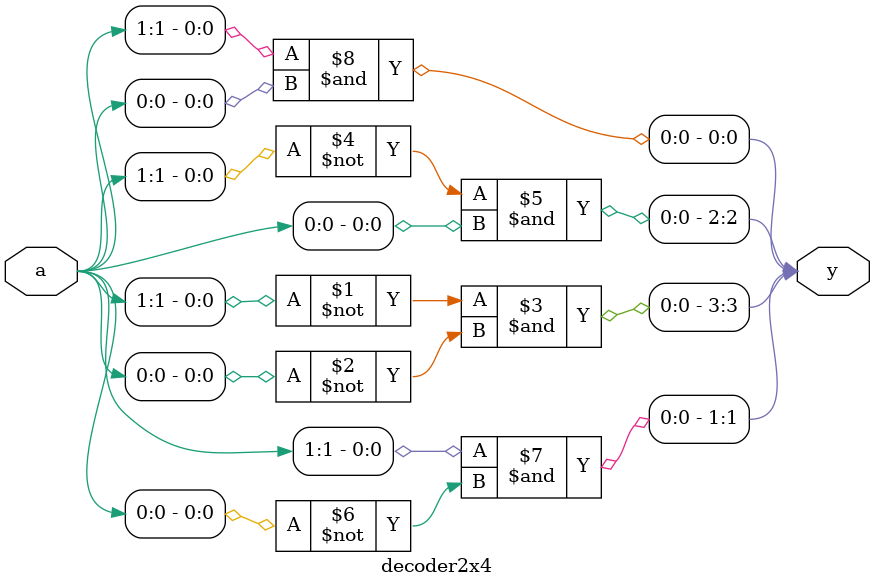
<source format=v>
module decoder2x4 (
    input  [1:0] a,
    output [3:0] y);
    assign y[3] = ~a[1] & ~a[0];  
    assign y[2] = ~a[1] &  a[0];  
    assign y[1] =  a[1] & ~a[0];  
    assign y[0] =  a[1] &  a[0];  
endmodule



</source>
